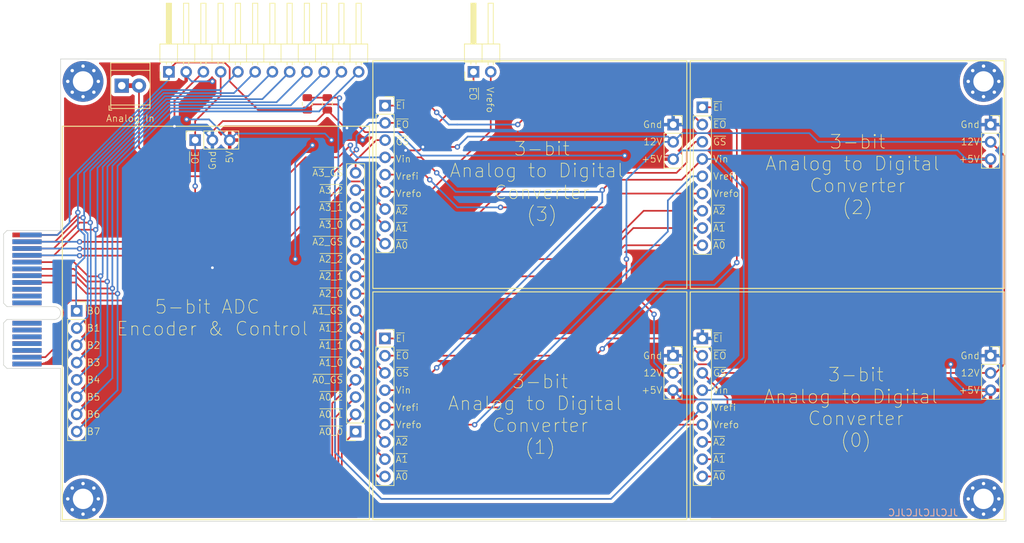
<source format=kicad_pcb>
(kicad_pcb (version 20211014) (generator pcbnew)
  (layers (0 "F.Cu" signal) (31 "B.Cu" signal) (34 "B.Paste" user) (35 "F.Paste" user) (36 "B.SilkS" user "B.Silkscreen") (37 "F.SilkS" user "F.Silkscreen") (38 "B.Mask" user) (39 "F.Mask" user) (44 "Edge.Cuts" user))
  (net 0 "")
  (net 1 "~{ANALOG_IN}")
  (net 2 "GND")
  (net 3 "Net-(J2-Pad1)")
  (net 4 "Net-(J2-Pad5)")
  (net 5 "Net-(J4-Pad1)")
  (net 6 "Net-(J4-Pad5)")
  (net 7 "Net-(J7-Pad1)")
  (net 8 "Net-(J7-Pad5)")
  (net 9 "Net-(J9-Pad5)")
  (net 10 "~{A3_GS}")
  (net 11 "~{A3_2}")
  (net 12 "~{A3_1}")
  (net 13 "~{A3_0}")
  (net 14 "~{A2_GS}")
  (net 15 "~{A2_2}")
  (net 16 "~{A2_1}")
  (net 17 "~{A2_0}")
  (net 18 "~{A1_GS}")
  (net 19 "~{A1_2}")
  (net 20 "~{A1_1}")
  (net 21 "~{A1_0}")
  (net 22 "~{A0_GS}")
  (net 23 "~{A0_2}")
  (net 24 "~{A0_1}")
  (net 25 "~{A0_0}")
  (net 26 "BUS7")
  (net 27 "BUS6")
  (net 28 "BUS5")
  (net 29 "BUS4")
  (net 30 "BUS3")
  (net 31 "BUS2")
  (net 32 "BUS1")
  (net 33 "BUS0")
  (net 34 "+12V")
  (net 35 "+5V")
  (net 36 "~{OE}")
  (net 37 "~{EOx}")
  (net 38 "Vrefox")
  (footprint "Connector_PinSocket_2.54mm:PinSocket_1x03_P2.54mm_Vertical" (layer "F.Cu") (at 173.99 107.188)
    (fp_text reference "J8" hide)
    (fp_text value "Conn_01x03" hide)
  )
  (footprint "Connector_PinSocket_2.54mm:PinSocket_1x09_P2.54mm_Vertical" (layer "F.Cu") (at 131.597 70.368)
    (fp_text reference "J2" hide)
    (fp_text value "Conn_01x09" hide)
  )
  (footprint "Connector_PinHeader_2.54mm:PinHeader_1x12_P2.54mm_Horizontal" (layer "F.Cu") (at 99.765 65.395 90)
    (fp_text reference "J5" hide)
    (fp_text value "Conn_01x12" hide)
  )
  (footprint "Resistor_SMD:R_0805_2012Metric" (layer "F.Cu") (at 120.142 70.104 -90)
    (fp_text reference "R1" hide)
    (fp_text value "R_Small_US" hide)
  )
  (footprint "Connector_PinSocket_2.54mm:PinSocket_1x03_P2.54mm_Vertical" (layer "F.Cu") (at 174.015 73.167)
    (fp_text reference "J3" hide)
    (fp_text value "Conn_01x03" hide)
  )
  (footprint "MountingHole:MountingHole_3mm_Pad_Via" (layer "F.Cu") (at 87.122 128.27)
    (fp_text reference "REF**" hide)
    (fp_text value "MountingHole_3mm_Pad_Via" hide)
  )
  (footprint "MountingHole:MountingHole_3mm_Pad_Via" (layer "F.Cu") (at 219.71 66.802)
    (fp_text reference "REF**" hide)
    (fp_text value "MountingHole_3mm_Pad_Via" hide)
  )
  (footprint "Connector_PinHeader_2.54mm:PinHeader_1x02_P2.54mm_Horizontal" (layer "F.Cu") (at 144.61 65.39 90)
    (fp_text reference "J1" hide)
    (fp_text value "Conn_01x02" hide)
  )
  (footprint "Connector_PinSocket_2.54mm:PinSocket_1x09_P2.54mm_Vertical" (layer "F.Cu") (at 178.308 104.648)
    (fp_text reference "J9" hide)
    (fp_text value "Conn_01x09" hide)
  )
  (footprint "Connector_PinSocket_2.54mm:PinSocket_1x03_P2.54mm_Vertical" (layer "F.Cu") (at 220.751 73.167)
    (fp_text reference "J6" hide)
    (fp_text value "Conn_01x03" hide)
  )
  (footprint "MountingHole:MountingHole_3mm_Pad_Via" (layer "F.Cu") (at 87.122 66.802)
    (fp_text reference "REF**" hide)
    (fp_text value "MountingHole_3mm_Pad_Via" hide)
  )
  (footprint "MountingHole:MountingHole_3mm_Pad_Via" (layer "F.Cu") (at 219.71 128.27)
    (fp_text reference "REF**" hide)
    (fp_text value "MountingHole_3mm_Pad_Via" hide)
  )
  (footprint "Connector_PinSocket_2.54mm:PinSocket_1x16_P2.54mm_Vertical" (layer "F.Cu") (at 127.254 118.364 180)
    (fp_text reference "J12" hide)
    (fp_text value "Conn_01x16" hide)
  )
  (footprint "Connector_PCBEdge:BUS_PCIexpress_x1" (layer "F.Cu") (at 78.87 89.408 -90)
    (fp_text reference "J15" hide)
    (fp_text value "PCIE-Edge-Connect-036-02-X-D-RA_1" hide)
    (fp_line (start 12.45 -4) (end 12.45 2.95) (layer "Edge.Cuts") (width 0.1))
    (fp_line (start -0.15 3.45) (end 10.05 3.45) (layer "Edge.Cuts") (width 0.1))
    (fp_line (start 12.95 3.45) (end 19.15 3.45) (layer "Edge.Cuts") (width 0.1))
    (fp_line (start 10.55 -4) (end 10.55 2.95) (layer "Edge.Cuts") (width 0.1))
    (fp_line (start -0.65 2.95) (end -0.15 3.45) (layer "Edge.Cuts") (width 0.1))
    (fp_line (start 12.45 2.95) (end 12.95 3.45) (layer "Edge.Cuts") (width 0.1))
    (fp_line (start 19.65 -4.95) (end 19.65 2.95) (layer "Edge.Cuts") (width 0.1))
    (fp_line (start 10.55 2.95) (end 10.05 3.45) (layer "Edge.Cuts") (width 0.1))
    (fp_line (start -0.65 -4.95) (end -0.65 2.95) (layer "Edge.Cuts") (width 0.1))
    (fp_line (start 19.65 2.95) (end 19.15 3.45) (layer "Edge.Cuts") (width 0.1))
    (fp_arc (start 10.55 -4) (mid 11.5 -4.95) (end 12.45 -4) (layer "Edge.Cuts") (width 0.1))
  )
  (footprint "TerminalBlock_TE-Connectivity:TerminalBlock_TE_282834-2_1x02_P2.54mm_Horizontal" (layer "F.Cu") (at 92.82 67.424)
    (fp_text reference "J14" hide)
    (fp_text value "Screw_Terminal_01x02" hide)
  )
  (footprint "Connector_PinSocket_2.54mm:PinSocket_1x08_P2.54mm_Vertical" (layer "F.Cu") (at 86.19 100.584)
    (fp_text reference "J13" hide)
    (fp_text value "Conn_01x08" hide)
  )
  (footprint "Connector_PinSocket_2.54mm:PinSocket_1x09_P2.54mm_Vertical" (layer "F.Cu") (at 131.572 104.648)
    (fp_text reference "J7" hide)
    (fp_text value "Conn_01x09" hide)
  )
  (footprint "Connector_PinSocket_2.54mm:PinSocket_1x03_P2.54mm_Vertical" (layer "F.Cu") (at 220.751 107.188)
    (fp_text reference "J10" hide)
    (fp_text value "Conn_01x03" hide)
  )
  (footprint "Connector_PinSocket_2.54mm:PinSocket_1x09_P2.54mm_Vertical" (layer "F.Cu") (at 178.308 70.612)
    (fp_text reference "J4" hide)
    (fp_text value "Conn_01x09" hide)
  )
  (footprint "Connector_PinSocket_2.54mm:PinSocket_1x03_P2.54mm_Vertical" (layer "F.Cu") (at 103.632 75.438 90)
    (fp_text reference "J11" hide)
    (fp_text value "Conn_01x03" hide)
  )
  (footprint "Resistor_SMD:R_0805_2012Metric" (layer "F.Cu") (at 123.092 70.104 -90)
    (fp_text reference "R2" hide)
    (fp_text value "R_Small_US" hide)
  )
  (gr_rect (start 84.074 73.406) (end 129.286 131.318) (layer "F.SilkS") (width 0.15) (fill none))
  (gr_rect (start 129.794 63.754) (end 176.022 97.282) (layer "F.SilkS") (width 0.15) (fill none))
  (gr_rect (start 176.53 97.79) (end 222.758 131.318) (layer "F.SilkS") (width 0.15) (fill none))
  (gr_rect (start 176.53 63.754) (end 222.758 97.282) (layer "F.SilkS") (width 0.15) (fill none))
  (gr_rect (start 129.794 97.79) (end 176.022 131.318) (layer "F.SilkS") (width 0.15) (fill none))
  (gr_line (start 83.82 88.758) (end 83.82 63.5) (layer "Edge.Cuts") (width 0.1))
  (gr_line (start 223.012 131.572) (end 223.012 63.5) (layer "Edge.Cuts") (width 0.1))
  (gr_line (start 83.82 109.058) (end 83.82 131.572) (layer "Edge.Cuts") (width 0.1))
  (gr_line (start 83.82 63.5) (end 223.012 63.5) (layer "Edge.Cuts") (width 0.1))
  (gr_line (start 223.012 131.572) (end 83.82 131.572) (layer "Edge.Cuts") (width 0.1))
  (gr_text "JLCJLCJLCJLC" (at 210.82 130.302) (layer "B.SilkS") (effects (font (size 1 1)) (justify mirror)))
  (gr_text "Vrefo" (at 147.066 67.564 270) (layer "F.SilkS") (effects (font (size 1 1) (thickness 0.1)) (justify left)))
  (gr_text "B4" (at 87.63 110.744) (layer "F.SilkS") (effects (font (size 1 1) (thickness 0.1)) (justify left)))
  (gr_text "3-bit\nAnalog to Digital \nConverter\n(2)" (at 201.168 80.518) (layer "F.SilkS") (effects (font (size 2 2) (thickness 0.1))))
  (gr_text "Vrefi" (at 179.832 114.808) (layer "F.SilkS") (effects (font (size 1 1) (thickness 0.1)) (justify left)))
  (gr_text "Vin" (at 179.832 112.268) (layer "F.SilkS") (effects (font (size 1 1) (thickness 0.1)) (justify left)))
  (gr_text "~{A1}" (at 179.832 122.428) (layer "F.SilkS") (effects (font (size 1 1) (thickness 0.1)) (justify left)))
  (gr_text "12V" (at 219.202 75.692) (layer "F.SilkS") (effects (font (size 1 1) (thickness 0.1)) (justify right)))
  (gr_text "+5V" (at 172.466 112.268) (layer "F.SilkS") (effects (font (size 1 1) (thickness 0.1)) (justify right)))
  (gr_text "~{EO}" (at 133.096 107.188) (layer "F.SilkS") (effects (font (size 1 1) (thickness 0.1)) (justify left)))
  (gr_text "~{A1}" (at 179.832 88.392) (layer "F.SilkS") (effects (font (size 1 1) (thickness 0.1)) (justify left)))
  (gr_text "Gnd" (at 172.466 107.188) (layer "F.SilkS") (effects (font (size 1 1) (thickness 0.1)) (justify right)))
  (gr_text "~{A1_2}" (at 125.476 103.124) (layer "F.SilkS") (effects (font (size 1 1) (thickness 0.1)) (justify right)))
  (gr_text "+5V" (at 172.466 78.232) (layer "F.SilkS") (effects (font (size 1 1) (thickness 0.1)) (justify right)))
  (gr_text "~{A0}" (at 133.096 90.932) (layer "F.SilkS") (effects (font (size 1 1) (thickness 0.1)) (justify left)))
  (gr_text "~{EI}" (at 179.832 70.612) (layer "F.SilkS") (effects (font (size 1 1) (thickness 0.1)) (justify left)))
  (gr_text "5-bit ADC \nEncoder & Control" (at 106.172 101.6) (layer "F.SilkS") (effects (font (size 2 2) (thickness 0.1))))
  (gr_text "Gnd" (at 106.172 76.962 90) (layer "F.SilkS") (effects (font (size 1 1) (thickness 0.1)) (justify right)))
  (gr_text "~{EO}" (at 179.832 107.188) (layer "F.SilkS") (effects (font (size 1 1) (thickness 0.1)) (justify left)))
  (gr_text "~{GS}" (at 179.832 109.728) (layer "F.SilkS") (effects (font (size 1 1) (thickness 0.1)) (justify left)))
  (gr_text "Analog In" (at 94.09 72.25) (layer "F.SilkS") (effects (font (size 1 1) (thickness 0.1))))
  (gr_text "+5V" (at 219.202 78.232) (layer "F.SilkS") (effects (font (size 1 1) (thickness 0.1)) (justify right)))
  (gr_text "3-bit\nAnalog to Digital \nConverter\n(1)" (at 154.432 115.824) (layer "F.SilkS") (effects (font (size 2 2) (thickness 0.1))))
  (gr_text "~{A3_2}" (at 125.476 82.804) (layer "F.SilkS") (effects (font (size 1 1) (thickness 0.1)) (justify right)))
  (gr_text "B5" (at 87.63 113.284) (layer "F.SilkS") (effects (font (size 1 1) (thickness 0.1)) (justify left)))
  (gr_text "~{A1_0}" (at 125.476 108.204) (layer "F.SilkS") (effects (font (size 1 1) (thickness 0.1)) (justify right)))
  (gr_text "B7" (at 87.63 118.364) (layer "F.SilkS") (effects (font (size 1 1) (thickness 0.1)) (justify left)))
  (gr_text "12V" (at 172.466 75.692) (layer "F.SilkS") (effects (font (size 1 1) (thickness 0.1)) (justify right)))
  (gr_text "~{GS}" (at 179.832 75.692) (layer "F.SilkS") (effects (font (size 1 1) (thickness 0.1)) (justify left)))
  (gr_text "~{A0_GS}" (at 125.476 110.744) (layer "F.SilkS") (effects (font (size 1 1) (thickness 0.1)) (justify right)))
  (gr_text "Gnd" (at 172.466 73.152) (layer "F.SilkS") (effects (font (size 1 1) (thickness 0.1)) (justify right)))
  (gr_text "Vrefi" (at 179.832 80.772) (layer "F.SilkS") (effects (font (size 1 1) (thickness 0.1)) (justify left)))
  (gr_text "~{A0_0}" (at 125.476 118.364) (layer "F.SilkS") (effects (font (size 1 1) (thickness 0.1)) (justify right)))
  (gr_text "~{A3_1}" (at 125.476 85.344) (layer "F.SilkS") (effects (font (size 1 1) (thickness 0.1)) (justify right)))
  (gr_text "~{OE}" (at 103.632 76.962 90) (layer "F.SilkS") (effects (font (size 1 1) (thickness 0.1)) (justify right)))
  (gr_text "~{A2}" (at 179.832 85.852) (layer "F.SilkS") (effects (font (size 1 1) (thickness 0.1)) (justify left)))
  (gr_text "Gnd" (at 219.202 73.152) (layer "F.SilkS") (effects (font (size 1 1) (thickness 0.1)) (justify right)))
  (gr_text "Vin" (at 133.096 112.268) (layer "F.SilkS") (effects (font (size 1 1) (thickness 0.1)) (justify left)))
  (gr_text "B0" (at 87.63 100.584) (layer "F.SilkS") (effects (font (size 1 1) (thickness 0.1)) (justify left)))
  (gr_text "~{A0}" (at 179.832 124.968) (layer "F.SilkS") (effects (font (size 1 1) (thickness 0.1)) (justify left)))
  (gr_text "Vin" (at 133.096 78.232) (layer "F.SilkS") (effects (font (size 1 1) (thickness 0.1)) (justify left)))
  (gr_text "~{A1}" (at 133.096 88.392) (layer "F.SilkS") (effects (font (size 1 1) (thickness 0.1)) (justify left)))
  (gr_text "~{EO}" (at 133.096 73.152) (layer "F.SilkS") (effects (font (size 1 1) (thickness 0.1)) (justify left)))
  (gr_text "~{EO}" (at 144.526 67.564 270) (layer "F.SilkS") (effects (font (size 1 1) (thickness 0.1)) (justify left)))
  (gr_text "+5V" (at 219.202 112.268) (layer "F.SilkS") (effects (font (size 1 1) (thickness 0.1)) (justify right)))
  (gr_text "Vrefi" (at 133.096 114.808) (layer "F.SilkS") (effects (font (size 1 1) (thickness 0.1)) (justify left)))
  (gr_text "~{A3_GS}" (at 125.476 80.264) (layer "F.SilkS") (effects (font (size 1 1) (thickness 0.1)) (justify right)))
  (gr_text "~{A1}" (at 133.096 122.428) (layer "F.SilkS") (effects (font (size 1 1) (thickness 0.1)) (justify left)))
  (gr_text "Vrefo" (at 179.832 117.348) (layer "F.SilkS") (effects (font (size 1 1) (thickness 0.1)) (justify left)))
  (gr_text "~{EO}" (at 179.832 73.152) (layer "F.SilkS") (effects (font (size 1 1) (thickness 0.1)) (justify left)))
  (gr_text "12V" (at 172.466 109.728) (layer "F.SilkS") (effects (font (size 1 1) (thickness 0.1)) (justify right)))
  (gr_text "~{A2_GS}" (at 125.476 90.424) (layer "F.SilkS") (effects (font (size 1 1) (thickness 0.1)) (justify right)))
  (gr_text "~{GS}" (at 133.096 75.692) (layer "F.SilkS") (effects (font (size 1 1) (thickness 0.1)) (justify left)))
  (gr_text "~{A2}" (at 133.096 119.888) (layer "F.SilkS") (effects (font (size 1 1) (thickness 0.1)) (justify left)))
  (gr_text "~{A3_0}" (at 125.476 87.884) (layer "F.SilkS") (effects (font (size 1 1) (thickness 0.1)) (justify right)))
  (gr_text "~{A0}" (at 133.096 124.968) (layer "F.SilkS") (effects (font (size 1 1) (thickness 0.1)) (justify left)))
  (gr_text "~{A2}" (at 133.096 85.852) (layer "F.SilkS") (effects (font (size 1 1) (thickness 0.1)) (justify left)))
  (gr_text "~{GS}" (at 133.096 109.728) (layer "F.SilkS") (effects (font (size 1 1) (thickness 0.1)) (justify left)))
  (gr_text "~{EI}" (at 133.096 70.358) (layer "F.SilkS") (effects (font (size 1 1) (thickness 0.1)) (justify left)))
  (gr_text "12V" (at 219.202 109.728) (layer "F.SilkS") (effects (font (size 1 1) (thickness 0.1)) (justify right)))
  (gr_text "~{A0_2}" (at 125.476 113.284) (layer "F.SilkS") (effects (font (size 1 1) (thickness 0.1)) (justify right)))
  (gr_text "3-bit\nAnalog to Digital \nConverter\n(0)" (at 200.914 114.808) (layer "F.SilkS") (effects (font (size 2 2) (thickness 0.1))))
  (gr_text "~{EI}" (at 133.096 104.648) (layer "F.SilkS") (effects (font (size 1 1) (thickness 0.1)) (justify left)))
  (gr_text "~{A0}" (at 179.832 90.932) (layer "F.SilkS") (effects (font (size 1 1) (thickness 0.1)) (justify left)))
  (gr_text "~{A2_2}" (at 125.476 92.964) (layer "F.SilkS") (effects (font (size 1 1) (thickness 0.1)) (justify right)))
  (gr_text "B6" (at 87.63 115.824) (layer "F.SilkS") (effects (font (size 1 1) (thickness 0.1)) (justify left)))
  (gr_text "Vrefo" (at 133.096 117.348) (layer "F.SilkS") (effects (font (size 1 1) (thickness 0.1)) (justify left)))
  (gr_text "~{A2_0}" (at 125.476 98.044) (layer "F.SilkS") (effects (font (size 1 1) (thickness 0.1)) (justify right)))
  (gr_text "B1" (at 87.63 103.124) (layer "F.SilkS") (effects (font (size 1 1) (thickness 0.1)) (justify left)))
  (gr_text "~{EI}" (at 179.832 104.648) (layer "F.SilkS") (effects (font (size 1 1) (thickness 0.1)) (justify left)))
  (gr_text "~{A1_1}" (at 125.476 105.664) (layer "F.SilkS") (effects (font (size 1 1) (thickness 0.1)) (justify right)))
  (gr_text "Vin" (at 179.832 78.232) (layer "F.SilkS") (effects (font (size 1 1) (thickness 0.1)) (justify left)))
  (gr_text "Vrefo" (at 133.096 83.312) (layer "F.SilkS") (effects (font (size 1 1) (thickness 0.1)) (justify left)))
  (gr_text "B2" (at 87.63 105.664) (layer "F.SilkS") (effects (font (size 1 1) (thickness 0.1)) (justify left)))
  (gr_text "B3" (at 87.63 108.204) (layer "F.SilkS") (effects (font (size 1 1) (thickness 0.1)) (justify left)))
  (gr_text "Vrefi" (at 133.096 80.772) (layer "F.SilkS") (effects (font (size 1 1) (thickness 0.1)) (justify left)))
  (gr_text "Vrefo" (at 179.832 83.312) (layer "F.SilkS") (effects (font (size 1 1) (thickness 0.1)) (justify left)))
  (gr_text "Gnd" (at 219.202 107.188) (layer "F.SilkS") (effects (font (size 1 1) (thickness 0.1)) (justify right)))
  (gr_text "~{A2_1}" (at 125.476 95.504) (layer "F.SilkS") (effects (font (size 1 1) (thickness 0.1)) (justify right)))
  (gr_text "~{A2}" (at 179.832 119.888) (layer "F.SilkS") (effects (font (size 1 1) (thickness 0.1)) (justify left)))
  (gr_text "5V" (at 108.712 76.962 90) (layer "F.SilkS") (effects (font (size 1 1) (thickness 0.1)) (justify right)))
  (gr_text "~{A0_1}" (at 125.476 115.824) (layer "F.SilkS") (effects (font (size 1 1) (thickness 0.1)) (justify right)))
  (gr_text "~{A1_GS}" (at 125.476 100.584) (layer "F.SilkS") (effects (font (size 1 1) (thickness 0.1)) (justify right)))
  (gr_text "3-bit\nAnalog to Digital \nConverter\n(3)" (at 154.686 81.534) (layer "F.SilkS") (effects (font (size 2 2) (thickness 0.1))))
  (segment (start 131.572 112.268) (end 135.89 112.268) (width 0.25) (layer "F.Cu") (net 1))
  (segment (start 165.1 81.28) (end 175.26 81.28) (width 0.25) (layer "F.Cu") (net 1))
  (segment (start 99.568 80.772) (end 95.36 76.564) (width 0.25) (layer "F.Cu") (net 1))
  (segment (start 135.89 112.268) (end 139.192 108.966) (width 0.25) (layer "F.Cu") (net 1))
  (segment (start 126.492 76.2) (end 124.714 77.978) (width 0.25) (layer "F.Cu") (net 1))
  (segment (start 124.714 77.978) (end 119.8966 77.978) (width 0.25) (layer "F.Cu") (net 1))
  (segment (start 119.8966 77.978) (end 117.1026 80.772) (width 0.25) (layer "F.Cu") (net 1))
  (segment (start 95.36 76.564) (end 95.36 67.424) (width 0.25) (layer "F.Cu") (net 1))
  (segment (start 131.597 77.988) (end 136.916 77.988) (width 0.25) (layer "F.Cu") (net 1))
  (segment (start 117.1026 80.772) (end 99.568 80.772) (width 0.25) (layer "F.Cu") (net 1))
  (segment (start 136.916 77.988) (end 139.192 80.264) (width 0.25) (layer "F.Cu") (net 1))
  (segment (start 175.26 81.28) (end 178.308 78.232) (width 0.25) (layer "F.Cu") (net 1))
  (segment (start 163.576 82.804) (end 165.1 81.28) (width 0.25) (layer "F.Cu") (net 1))
  (segment (start 92.82 67.424) (end 95.36 67.424) (width 0.7) (layer "F.Cu") (net 1))
  (via (at 163.576 82.804) (size 0.8) (drill 0.4) (layers "F.Cu" "B.Cu") (net 1))
  (via (at 139.192 80.264) (size 0.8) (drill 0.4) (layers "F.Cu" "B.Cu") (net 1))
  (via (at 139.192 108.966) (size 0.8) (drill 0.4) (layers "F.Cu" "B.Cu") (net 1))
  (via (at 126.492 76.2) (size 0.8) (drill 0.4) (layers "F.Cu" "B.Cu") (net 1))
  (segment (start 143.51 83.058) (end 163.322 83.058) (width 0.25) (layer "B.Cu") (net 1))
  (segment (start 139.192 108.966) (end 163.576 84.582) (width 0.25) (layer "B.Cu") (net 1))
  (segment (start 163.322 83.058) (end 163.576 82.804) (width 0.25) (layer "B.Cu") (net 1))
  (segment (start 126.492 76.9706) (end 126.492 76.2) (width 0.25) (layer "B.Cu") (net 1))
  (segment (start 179.578 112.268) (end 184.404 107.442) (width 0.25) (layer "B.Cu") (net 1))
  (segment (start 141.986 83.058) (end 143.51 83.058) (width 0.25) (layer "B.Cu") (net 1))
  (segment (start 163.576 84.582) (end 163.576 82.804) (width 0.25) (layer "B.Cu") (net 1))
  (segment (start 139.192 80.264) (end 141.986 83.058) (width 0.25) (layer "B.Cu") (net 1))
  (segment (start 127.5094 77.988) (end 126.492 76.9706) (width 0.25) (layer "B.Cu") (net 1))
  (segment (start 131.597 77.988) (end 127.5094 77.988) (width 0.25) (layer "B.Cu") (net 1))
  (segment (start 184.404 107.442) (end 184.404 82.55) (width 0.25) (layer "B.Cu") (net 1))
  (segment (start 180.086 78.232) (end 178.308 78.232) (width 0.25) (layer "B.Cu") (net 1))
  (segment (start 178.308 112.268) (end 179.578 112.268) (width 0.25) (layer "B.Cu") (net 1))
  (segment (start 184.404 82.55) (end 180.086 78.232) (width 0.25) (layer "B.Cu") (net 1))
  (segment (start 100.584 69.656) (end 100.584 73.406) (width 0.25) (layer "F.Cu") (net 2))
  (segment (start 104.845 65.395) (end 100.584 69.656) (width 0.25) (layer "F.Cu") (net 2))
  (segment (start 98.044 94.234) (end 106.172 94.234) (width 0.25) (layer "F.Cu") (net 2))
  (segment (start 123.092 71.0165) (end 125.7355 73.66) (width 0.25) (layer "F.Cu") (net 2))
  (segment (start 86.36 99.06) (end 93.218 99.06) (width 0.25) (layer "F.Cu") (net 2))
  (segment (start 81.568 107.408) (end 82.804 106.172) (width 0.25) (layer "F.Cu") (net 2))
  (segment (start 137.16 76.454) (end 136.652 76.962) (width 0.25) (layer "F.Cu") (net 2))
  (segment (start 125.7355 73.66) (end 125.984 73.66) (width 0.25) (layer "F.Cu") (net 2))
  (segment (start 84.328 104.648) (end 84.328 100.838) (width 0.25) (layer "F.Cu") (net 2))
  (segment (start 84.328 100.012978) (end 85.280978 99.06) (width 0.25) (layer "F.Cu") (net 2))
  (segment (start 79.42 107.408) (end 81.568 107.408) (width 0.25) (layer "F.Cu") (net 2))
  (segment (start 93.218 99.06) (end 94.742 97.536) (width 0.25) (layer "F.Cu") (net 2))
  (segment (start 107.696 72.644) (end 121.4645 72.644) (width 0.25) (layer "F.Cu") (net 2))
  (segment (start 136.652 76.962) (end 134.62 76.962) (width 0.25) (layer "F.Cu") (net 2))
  (segment (start 82.804 106.172) (end 84.328 104.648) (width 0.25) (layer "F.Cu") (net 2))
  (segment (start 94.742 97.536) (end 98.044 94.234) (width 0.25) (layer "F.Cu") (net 2))
  (segment (start 106.172 74.168) (end 107.696 72.644) (width 0.25) (layer "F.Cu") (net 2))
  (segment (start 84.328 100.838) (end 84.328 100.012978) (width 0.25) (layer "F.Cu") (net 2))
  (segment (start 85.280978 99.06) (end 86.36 99.06) (width 0.25) (layer "F.Cu") (net 2))
  (segment (start 106.172 75.438) (end 106.172 74.168) (width 0.25) (layer "F.Cu") (net 2))
  (segment (start 121.4645 72.644) (end 123.092 71.0165) (width 0.25) (layer "F.Cu") (net 2))
  (via (at 100.584 73.406) (size 0.8) (drill 0.4) (layers "F.Cu" "B.Cu") (net 2))
  (via (at 106.172 94.234) (size 0.8) (drill 0.4) (layers "F.Cu" "B.Cu") (net 2))
  (via (at 137.16 76.454) (size 0.8) (drill 0.4) (layers "F.Cu" "B.Cu") (net 2))
  (via (at 134.62 76.962) (size 0.8) (drill 0.4) (layers "F.Cu" "B.Cu") (net 2))
  (via (at 125.984 73.66) (size 0.8) (drill 0.4) (layers "F.Cu" "B.Cu") (net 2))
  (segment (start 134.62 67.818) (end 135.89 69.088) (width 0.25) (layer "B.Cu") (net 2))
  (segment (start 127 73.66) (end 128.27 72.39) (width 0.25) (layer "B.Cu") (net 2))
  (segment (start 129.032 71.628) (end 129.032 69.088) (width 0.25) (layer "B.Cu") (net 2))
  (segment (start 130.556 67.818) (end 134.62 67.818) (width 0.25) (layer "B.Cu") (net 2))
  (segment (start 137.922 75.692) (end 137.16 76.454) (width 0.25) (layer "B.Cu") (net 2))
  (segment (start 129.032 69.088) (end 130.302 67.818) (width 0.25) (layer "B.Cu") (net 2))
  (segment (start 125.984 73.66) (end 127 73.66) (width 0.25) (layer "B.Cu") (net 2))
  (segment (start 104.14 73.406) (end 106.172 75.438) (width 0.25) (layer "B.Cu") (net 2))
  (segment (start 137.922 71.12) (end 137.922 73.66) (width 0.25) (layer "B.Cu") (net 2))
  (segment (start 137.922 73.66) (end 137.922 75.692) (width 0.25) (layer "B.Cu") (net 2))
  (segment (start 100.584 73.406) (end 104.14 73.406) (width 0.25) (layer "B.Cu") (net 2))
  (segment (start 135.89 69.088) (end 137.922 71.12) (width 0.25) (layer "B.Cu") (net 2))
  (segment (start 130.302 67.818) (end 130.556 67.818) (width 0.25) (layer "B.Cu") (net 2))
  (segment (start 128.27 72.39) (end 129.032 71.628) (width 0.25) (layer "B.Cu") (net 2))
  (segment (start 106.172 94.234) (end 106.172 75.438) (width 0.25) (layer "B.Cu") (net 2))
  (segment (start 153.416 70.866) (end 176.022 70.866) (width 0.25) (layer "F.Cu") (net 3))
  (segment (start 138.186 70.368) (end 139.192 71.374) (width 0.25) (layer "F.Cu") (net 3))
  (segment (start 151.13 73.152) (end 153.416 70.866) (width 0.25) (layer "F.Cu") (net 3))
  (segment (start 176.022 70.866) (end 178.308 73.152) (width 0.25) (layer "F.Cu") (net 3))
  (segment (start 131.597 70.368) (end 138.186 70.368) (width 0.25) (layer "F.Cu") (net 3))
  (via (at 151.13 73.152) (size 0.8) (drill 0.4) (layers "F.Cu" "B.Cu") (net 3))
  (via (at 139.192 71.374) (size 0.8) (drill 0.4) (layers "F.Cu" "B.Cu") (net 3))
  (segment (start 139.192 71.374) (end 140.97 73.152) (width 0.25) (layer "B.Cu") (net 3))
  (segment (start 142.24 73.152) (end 151.13 73.152) (width 0.25) (layer "B.Cu") (net 3))
  (segment (start 140.97 73.152) (end 142.24 73.152) (width 0.25) (layer "B.Cu") (net 3))
  (segment (start 166.116 83.312) (end 178.308 83.312) (width 0.25) (layer "F.Cu") (net 4))
  (segment (start 131.597 80.528) (end 137.424 80.528) (width 0.25) (layer "F.Cu") (net 4))
  (segment (start 164.084 85.344) (end 166.116 83.312) (width 0.25) (layer "F.Cu") (net 4))
  (segment (start 148.59 85.344) (end 164.084 85.344) (width 0.25) (layer "F.Cu") (net 4))
  (segment (start 137.424 80.528) (end 138.176 81.28) (width 0.25) (layer "F.Cu") (net 4))
  (via (at 148.59 85.344) (size 0.8) (drill 0.4) (layers "F.Cu" "B.Cu") (net 4))
  (via (at 138.176 81.28) (size 0.8) (drill 0.4) (layers "F.Cu" "B.Cu") (net 4))
  (segment (start 138.176 81.28) (end 142.24 85.344) (width 0.25) (layer "B.Cu") (net 4))
  (segment (start 142.24 85.344) (end 148.59 85.344) (width 0.25) (layer "B.Cu") (net 4))
  (segment (start 183.388 73.914) (end 180.086 70.612) (width 0.25) (layer "F.Cu") (net 5))
  (segment (start 180.086 70.612) (end 178.308 70.612) (width 0.25) (layer "F.Cu") (net 5))
  (segment (start 183.388 93.472) (end 183.388 73.914) (width 0.25) (layer "F.Cu") (net 5))
  (segment (start 162.56 107.188) (end 163.576 106.172) (width 0.25) (layer "F.Cu") (net 5))
  (segment (start 131.572 107.188) (end 162.56 107.188) (width 0.25) (layer "F.Cu") (net 5))
  (via (at 183.388 93.472) (size 0.8) (drill 0.4) (layers "F.Cu" "B.Cu") (net 5))
  (via (at 163.576 106.172) (size 0.8) (drill 0.4) (layers "F.Cu" "B.Cu") (net 5))
  (segment (start 179.07 96.774) (end 180.086 96.774) (width 0.25) (layer "B.Cu") (net 5))
  (segment (start 180.086 96.774) (end 183.388 93.472) (width 0.25) (layer "B.Cu") (net 5))
  (segment (start 172.974 96.774) (end 179.07 96.774) (width 0.25) (layer "B.Cu") (net 5))
  (segment (start 163.576 106.172) (end 172.974 96.774) (width 0.25) (layer "B.Cu") (net 5))
  (segment (start 131.572 117.348) (end 144.78 117.348) (width 0.25) (layer "F.Cu") (net 6))
  (via (at 144.78 117.348) (size 0.8) (drill 0.4) (layers "F.Cu" "B.Cu") (net 6))
  (segment (start 144.78 117.348) (end 173.228 88.9) (width 0.25) (layer "B.Cu") (net 6))
  (segment (start 173.228 88.9) (end 173.228 84.328) (width 0.25) (layer "B.Cu") (net 6))
  (segment (start 176.784 80.772) (end 178.308 80.772) (width 0.25) (layer "B.Cu") (net 6))
  (segment (start 173.228 84.328) (end 176.784 80.772) (width 0.25) (layer "B.Cu") (net 6))
  (segment (start 175.514 104.648) (end 178.054 107.188) (width 0.25) (layer "F.Cu") (net 7))
  (segment (start 131.572 104.648) (end 175.514 104.648) (width 0.25) (layer "F.Cu") (net 7))
  (segment (start 178.054 107.188) (end 178.308 107.188) (width 0.25) (layer "F.Cu") (net 7))
  (segment (start 156.21 117.348) (end 178.308 117.348) (width 0.25) (layer "F.Cu") (net 8))
  (segment (start 131.572 114.808) (end 153.67 114.808) (width 0.25) (layer "F.Cu") (net 8))
  (segment (start 153.67 114.808) (end 156.21 117.348) (width 0.25) (layer "F.Cu") (net 8))
  (segment (start 120.142 69.1915) (end 123.092 69.1915) (width 0.25) (layer "F.Cu") (net 9))
  (segment (start 123.092 69.1915) (end 124.8175 69.1915) (width 0.25) (layer "F.Cu") (net 9))
  (segment (start 124.8175 69.1915) (end 124.875299 69.249299) (width 0.25) (layer "F.Cu") (net 9))
  (via (at 124.875299 69.249299) (size 0.8) (drill 0.4) (layers "F.Cu" "B.Cu") (net 9))
  (segment (start 124.206 121.412) (end 124.206 81.534) (width 0.25) (layer "B.Cu") (net 9))
  (segment (start 164.846 128.27) (end 131.064 128.27) (width 0.25) (layer "B.Cu") (net 9))
  (segment (start 131.064 128.27) (end 124.206 121.412) (width 0.25) (layer "B.Cu") (net 9))
  (segment (start 178.308 114.808) (end 164.846 128.27) (width 0.25) (layer "B.Cu") (net 9))
  (segment (start 124.714 81.026) (end 124.714 69.410598) (width 0.25) (layer "B.Cu") (net 9))
  (segment (start 124.206 81.534) (end 124.714 81.026) (width 0.25) (layer "B.Cu") (net 9))
  (segment (start 124.714 69.410598) (end 124.875299 69.249299) (width 0.25) (layer "B.Cu") (net 9))
  (segment (start 127.254 78.486) (end 130.292 75.448) (width 0.25) (layer "F.Cu") (net 10))
  (segment (start 127.254 80.264) (end 127.254 78.486) (width 0.25) (layer "F.Cu") (net 10))
  (segment (start 130.292 75.448) (end 131.597 75.448) (width 0.25) (layer "F.Cu") (net 10))
  (segment (start 127.254 82.804) (end 128.793 82.804) (width 0.25) (layer "F.Cu") (net 11))
  (segment (start 128.793 82.804) (end 131.597 85.608) (width 0.25) (layer "F.Cu") (net 11))
  (segment (start 128.793 85.344) (end 131.597 88.148) (width 0.25) (layer "F.Cu") (net 12))
  (segment (start 127.254 85.344) (end 128.793 85.344) (width 0.25) (layer "F.Cu") (net 12))
  (segment (start 131.328 90.688) (end 131.597 90.688) (width 0.25) (layer "F.Cu") (net 13))
  (segment (start 127.254 87.884) (end 128.524 87.884) (width 0.25) (layer "F.Cu") (net 13))
  (segment (start 128.524 87.884) (end 131.328 90.688) (width 0.25) (layer "F.Cu") (net 13))
  (segment (start 130.556 92.456) (end 139.192 92.456) (width 0.25) (layer "F.Cu") (net 14))
  (segment (start 176.022 76.962) (end 177.292 75.692) (width 0.25) (layer "F.Cu") (net 14))
  (segment (start 127.254 90.424) (end 128.524 90.424) (width 0.25) (layer "F.Cu") (net 14))
  (segment (start 128.524 90.424) (end 130.556 92.456) (width 0.25) (layer "F.Cu") (net 14))
  (segment (start 176.022 78.74) (end 176.022 76.962) (width 0.25) (layer "F.Cu") (net 14))
  (segment (start 177.292 75.692) (end 178.308 75.692) (width 0.25) (layer "F.Cu") (net 14))
  (segment (start 174.498 80.264) (end 176.022 78.74) (width 0.25) (layer "F.Cu") (net 14))
  (segment (start 139.192 92.456) (end 151.384 80.264) (width 0.25) (layer "F.Cu") (net 14))
  (segment (start 151.384 80.264) (end 174.498 80.264) (width 0.25) (layer "F.Cu") (net 14))
  (segment (start 127.254 92.964) (end 162.56 92.964) (width 0.25) (layer "F.Cu") (net 15))
  (segment (start 162.56 92.964) (end 169.672 85.852) (width 0.25) (layer "F.Cu") (net 15))
  (segment (start 169.672 85.852) (end 178.308 85.852) (width 0.25) (layer "F.Cu") (net 15))
  (segment (start 161.036 95.504) (end 127.254 95.504) (width 0.25) (layer "F.Cu") (net 16))
  (segment (start 168.148 88.392) (end 161.036 95.504) (width 0.25) (layer "F.Cu") (net 16))
  (segment (start 178.308 88.392) (end 168.148 88.392) (width 0.25) (layer "F.Cu") (net 16))
  (segment (start 127.254 98.044) (end 159.766 98.044) (width 0.25) (layer "F.Cu") (net 17))
  (segment (start 159.766 98.044) (end 166.878 90.932) (width 0.25) (layer "F.Cu") (net 17))
  (segment (start 166.878 90.932) (end 178.308 90.932) (width 0.25) (layer "F.Cu") (net 17))
  (segment (start 130.185022 103.515022) (end 130.185022 108.339614) (width 0.25) (layer "F.Cu") (net 18))
  (segment (start 127.254 100.584) (end 130.185022 103.515022) (width 0.25) (layer "F.Cu") (net 18))
  (segment (start 131.572 109.726592) (end 131.572 109.728) (width 0.25) (layer "F.Cu") (net 18))
  (segment (start 130.185022 108.339614) (end 131.572 109.726592) (width 0.25) (layer "F.Cu") (net 18))
  (segment (start 127.254 103.124) (end 129.735511 105.605511) (width 0.25) (layer "F.Cu") (net 19))
  (segment (start 129.735511 105.605511) (end 129.735511 108.525807) (width 0.25) (layer "F.Cu") (net 19))
  (segment (start 130.243511 118.559511) (end 131.572 119.888) (width 0.25) (layer "F.Cu") (net 19))
  (segment (start 129.735511 108.525807) (end 130.243511 109.033807) (width 0.25) (layer "F.Cu") (net 19))
  (segment (start 130.243511 109.033807) (end 130.243511 118.559511) (width 0.25) (layer "F.Cu") (net 19))
  (segment (start 129.794 120.65) (end 129.794 109.22) (width 0.25) (layer "F.Cu") (net 20))
  (segment (start 131.572 122.428) (end 129.794 120.65) (width 0.25) (layer "F.Cu") (net 20))
  (segment (start 129.286 108.712) (end 129.286 107.696) (width 0.25) (layer "F.Cu") (net 20))
  (segment (start 129.286 107.696) (end 127.254 105.664) (width 0.25) (layer "F.Cu") (net 20))
  (segment (start 129.794 109.22) (end 129.286 108.712) (width 0.25) (layer "F.Cu") (net 20))
  (segment (start 129.286 110.236) (end 129.286 123.698) (width 0.25) (layer "F.Cu") (net 21))
  (segment (start 130.556 124.968) (end 131.572 124.968) (width 0.25) (layer "F.Cu") (net 21))
  (segment (start 129.286 123.698) (end 130.556 124.968) (width 0.25) (layer "F.Cu") (net 21))
  (segment (start 127.254 108.204) (end 129.286 110.236) (width 0.25) (layer "F.Cu") (net 21))
  (segment (start 123.814978 114.183022) (end 123.814979 126.230091) (width 0.25) (layer "F.Cu") (net 22))
  (segment (start 182.00102 127.500092) (end 182.00102 113.42102) (width 0.25) (layer "F.Cu") (net 22))
  (segment (start 179.062091 130.439021) (end 182.00102 127.500092) (width 0.25) (layer "F.Cu") (net 22))
  (segment (start 123.814979 126.230091) (end 128.023909 130.439021) (width 0.25) (layer "F.Cu") (net 22))
  (segment (start 128.023909 130.439021) (end 179.062091 130.439021) (width 0.25) (layer "F.Cu") (net 22))
  (segment (start 182.00102 113.42102) (end 178.308 109.728) (width 0.25) (layer "F.Cu") (net 22))
  (segment (start 127.254 110.744) (end 123.814978 114.183022) (width 0.25) (layer "F.Cu") (net 22))
  (segment (start 124.264489 116.273511) (end 124.264489 126.043897) (width 0.25) (layer "F.Cu") (net 23))
  (segment (start 181.551511 127.313897) (end 181.551511 121.607511) (width 0.25) (layer "F.Cu") (net 23))
  (segment (start 179.832 119.888) (end 178.308 119.888) (width 0.25) (layer "F.Cu") (net 23))
  (segment (start 178.934387 129.931021) (end 181.551511 127.313897) (width 0.25) (layer "F.Cu") (net 23))
  (segment (start 181.551511 121.607511) (end 179.832 119.888) (width 0.25) (layer "F.Cu") (net 23))
  (segment (start 128.151613 129.931021) (end 178.934387 129.931021) (width 0.25) (layer "F.Cu") (net 23))
  (segment (start 127.254 113.284) (end 124.264489 116.273511) (width 0.25) (layer "F.Cu") (net 23))
  (segment (start 124.264489 126.043897) (end 128.151613 129.931021) (width 0.25) (layer "F.Cu") (net 23))
  (segment (start 181.04351 127.186194) (end 178.748193 129.481511) (width 0.25) (layer "F.Cu") (net 24))
  (segment (start 178.748193 129.481511) (end 128.337806 129.48151) (width 0.25) (layer "F.Cu") (net 24))
  (segment (start 128.337806 129.48151) (end 124.714 125.857704) (width 0.25) (layer "F.Cu") (net 24))
  (segment (start 124.714 118.364) (end 127.254 115.824) (width 0.25) (layer "F.Cu") (net 24))
  (segment (start 181.04351 123.63951) (end 181.04351 127.186194) (width 0.25) (layer "F.Cu") (net 24))
  (segment (start 179.832 122.428) (end 181.04351 123.63951) (width 0.25) (layer "F.Cu") (net 24))
  (segment (start 124.714 125.857704) (end 124.714 118.364) (width 0.25) (layer "F.Cu") (net 24))
  (segment (start 178.308 122.428) (end 179.832 122.428) (width 0.25) (layer "F.Cu") (net 24))
  (segment (start 180.594 127) (end 180.594 125.984) (width 0.25) (layer "F.Cu") (net 25))
  (segment (start 128.524 129.032) (end 178.562 129.032) (width 0.25) (layer "F.Cu") (net 25))
  (segment (start 179.578 124.968) (end 178.308 124.968) (width 0.25) (layer "F.Cu") (net 25))
  (segment (start 178.562 129.032) (end 180.594 127) (width 0.25) (layer "F.Cu") (net 25))
  (segment (start 127.254 118.364) (end 125.222 120.396) (width 0.25) (layer "F.Cu") (net 25))
  (segment (start 125.222 120.396) (end 125.222 125.73) (width 0.25) (layer "F.Cu") (net 25))
  (segment (start 180.594 125.984) (end 179.578 124.968) (width 0.25) (layer "F.Cu") (net 25))
  (segment (start 125.222 125.73) (end 128.524 129.032) (width 0.25) (layer "F.Cu") (net 25))
  (segment (start 86.868 97.282) (end 87.63 98.044) (width 0.25) (layer "F.Cu") (net 26))
  (segment (start 85.994 96.408) (end 86.868 97.282) (width 0.25) (layer "F.Cu") (net 26))
  (segment (start 78.87 96.408) (end 85.994 96.408) (width 0.25) (layer "F.Cu") (net 26))
  (segment (start 87.63 98.044) (end 92.202 98.044) (width 0.25) (layer "F.Cu") (net 26))
  (via (at 92.202 98.044) (size 0.8) (drill 0.4) (layers "F.Cu" "B.Cu") (net 26))
  (segment (start 121.881423 71.218577) (end 100.231423 71.218577) (width 0.25) (layer "B.Cu") (net 26))
  (segment (start 127.705 65.395) (end 121.881423 71.218577) (width 0.25) (layer "B.Cu") (net 26))
  (segment (start 92.202 79.248) (end 92.202 112.268) (width 0.25) (layer "B.Cu") (net 26))
  (segment (start 100.231423 71.218577) (end 92.202 79.248) (width 0.25) (layer "B.Cu") (net 26))
  (segment (start 92.202 112.268) (end 86.106 118.364) (width 0.25) (layer "B.Cu") (net 26))
  (segment (start 87.884 97.282) (end 91.44 97.282) (width 0.25) (layer "F.Cu") (net 27))
  (segment (start 86.01 95.408) (end 86.868 96.266) (width 0.25) (layer "F.Cu") (net 27))
  (segment (start 86.868 96.266) (end 87.884 97.282) (width 0.25) (layer "F.Cu") (net 27))
  (segment (start 78.87 95.408) (end 86.01 95.408) (width 0.25) (layer "F.Cu") (net 27))
  (via (at 91.44 97.282) (size 0.8) (drill 0.4) (layers "F.Cu" "B.Cu") (net 27))
  (segment (start 86.106 115.824) (end 91.44 110.49) (width 0.25) (layer "B.Cu") (net 27))
  (segment (start 99.918934 70.769066) (end 119.790934 70.769066) (width 0.25) (layer "B.Cu") (net 27))
  (segment (start 91.44 79.248) (end 99.918934 70.769066) (width 0.25) (layer "B.Cu") (net 27))
  (segment (start 119.790934 70.769066) (end 125.165 65.395) (width 0.25) (layer "B.Cu") (net 27))
  (segment (start 91.44 110.49) (end 91.44 79.248) (width 0.25) (layer "B.Cu") (net 27))
  (segment (start 86.36 94.996) (end 87.63 96.266) (width 0.25) (layer "F.Cu") (net 28))
  (segment (start 78.87 94.408) (end 85.772 94.408) (width 0.25) (layer "F.Cu") (net 28))
  (segment (start 85.772 94.408) (end 86.36 94.996) (width 0.25) (layer "F.Cu") (net 28))
  (segment (start 87.63 96.266) (end 90.678 96.266) (width 0.25) (layer "F.Cu") (net 28))
  (via (at 90.678 96.266) (size 0.8) (drill 0.4) (layers "F.Cu" "B.Cu") (net 28))
  (segment (start 99.732743 70.319553) (end 117.700447 70.319553) (width 0.25) (layer "B.Cu") (net 28))
  (segment (start 90.712507 79.339789) (end 99.732743 70.319553) (width 0.25) (layer "B.Cu") (net 28))
  (segment (start 86.106 113.284) (end 90.712507 108.677493) (width 0.25) (layer "B.Cu") (net 28))
  (segment (start 90.712507 108.677493) (end 90.712507 79.339789) (width 0.25) (layer "B.Cu") (net 28))
  (segment (start 117.700447 70.319553) (end 122.625 65.395) (width 0.25) (layer "B.Cu") (net 28))
  (segment (start 87.884 95.504) (end 89.662 95.504) (width 0.25) (layer "F.Cu") (net 29))
  (segment (start 85.788 93.408) (end 87.884 95.504) (width 0.25) (layer "F.Cu") (net 29))
  (segment (start 78.87 93.408) (end 85.788 93.408) (width 0.25) (layer "F.Cu") (net 29))
  (segment (start 89.662 95.504) (end 89.700896 95.465104) (width 0.25) (layer "F.Cu") (net 29))
  (via (at 89.700896 95.465104) (size 0.8) (drill 0.4) (layers "F.Cu" "B.Cu") (net 29))
  (segment (start 90.014088 79.402504) (end 99.546548 69.870044) (width 0.25) (layer "B.Cu") (net 29))
  (segment (start 86.106 110.744) (end 89.700896 107.149104) (width 0.25) (layer "B.Cu") (net 29))
  (segment (start 99.546548 69.870044) (end 115.609957 69.870043) (width 0.25) (layer "B.Cu") (net 29))
  (segment (start 89.700896 95.465104) (end 90.014088 95.151912) (width 0.25) (layer "B.Cu") (net 29))
  (segment (start 90.014088 95.151912) (end 90.014088 79.402504) (width 0.25) (layer "B.Cu") (net 29))
  (segment (start 115.609957 69.870043) (end 120.085 65.395) (width 0.25) (layer "B.Cu") (net 29))
  (segment (start 89.700896 107.149104) (end 89.700896 95.465104) (width 0.25) (layer "B.Cu") (net 29))
  (segment (start 86.621168 88.638832) (end 88.976394 88.638832) (width 0.25) (layer "F.Cu") (net 30))
  (segment (start 82.852 92.408) (end 86.621168 88.638832) (width 0.25) (layer "F.Cu") (net 30))
  (segment (start 78.87 92.408) (end 82.852 92.408) (width 0.25) (layer "F.Cu") (net 30))
  (via (at 88.976394 88.638832) (size 0.8) (drill 0.4) (layers "F.Cu" "B.Cu") (net 30))
  (segment (start 88.976394 105.333606) (end 88.976394 88.638832) (width 0.25) (layer "B.Cu") (net 30))
  (segment (start 89.251383 79.529505) (end 89.251383 88.363843) (width 0.25) (layer "B.Cu") (net 30))
  (segment (start 99.360354 69.420534) (end 89.251383 79.529505) (width 0.25) (layer "B.Cu") (net 30))
  (segment (start 113.519467 69.420533) (end 99.360354 69.420534) (width 0.25) (layer "B.Cu") (net 30))
  (segment (start 89.251383 88.363843) (end 88.976394 88.638832) (width 0.25) (layer "B.Cu") (net 30))
  (segment (start 86.106 108.204) (end 88.976394 105.333606) (width 0.25) (layer "B.Cu") (net 30))
  (segment (start 117.545 65.395) (end 113.519467 69.420533) (width 0.25) (layer "B.Cu") (net 30))
  (segment (start 86.621142 87.591552) (end 88.176448 87.591552) (width 0.25) (layer "F.Cu") (net 31))
  (segment (start 78.87 91.408) (end 82.804694 91.408) (width 0.25) (layer "F.Cu") (net 31))
  (segment (start 82.804694 91.408) (end 86.621142 87.591552) (width 0.25) (layer "F.Cu") (net 31))
  (via (at 88.176448 87.591552) (size 0.8) (drill 0.4) (layers "F.Cu" "B.Cu") (net 31))
  (segment (start 88.176448 79.968736) (end 99.174161 68.971023) (width 0.25) (layer "B.Cu") (net 31))
  (segment (start 88.251893 88.338733) (end 88.251895 88.338731) (width 0.25) (layer "B.Cu") (net 31))
  (segment (start 88.251893 103.518107) (end 88.251893 88.338733) (width 0.25) (layer "B.Cu") (net 31))
  (segment (start 88.176448 87.591552) (end 88.176448 79.968736) (width 0.25) (layer "B.Cu") (net 31))
  (segment (start 88.251895 88.338731) (end 88.251895 87.666999) (width 0.25) (layer "B.Cu") (net 31))
  (segment (start 99.174161 68.971023) (end 111.428977 68.971023) (width 0.25) (layer "B.Cu") (net 31))
  (segment (start 86.106 105.664) (end 88.251893 103.518107) (width 0.25) (layer "B.Cu") (net 31))
  (segment (start 111.428977 68.971023) (end 115.005 65.395) (width 0.25) (layer "B.Cu") (net 31))
  (segment (start 88.251895 87.666999) (end 88.176448 87.591552) (width 0.25) (layer "B.Cu") (net 31))
  (segment (start 82.982508 90.408) (end 86.523456 86.867052) (width 0.25) (layer "F.Cu") (net 32))
  (segment (start 78.87 90.408) (end 82.982508 90.408) (width 0.25) (layer "F.Cu") (net 32))
  (segment (start 86.523456 86.867052) (end 87.122 86.867052) (width 0.25) (layer "F.Cu") (net 32))
  (via (at 87.122 86.867052) (size 0.8) (drill 0.4) (layers "F.Cu" "B.Cu") (net 32))
  (segment (start 87.802385 89.208689) (end 87.280511 88.686815) (width 0.25) (layer "B.Cu") (net 32))
  (segment (start 87.280511 88.686815) (end 87.280511 80.228969) (width 0.25) (layer "B.Cu") (net 32))
  (segment (start 86.106 103.124) (end 87.802384 101.427616) (width 0.25) (layer "B.Cu") (net 32))
  (segment (start 98.987968 68.521512) (end 109.338488 68.521512) (width 0.25) (layer "B.Cu") (net 32))
  (segment (start 87.280511 80.228969) (end 98.987968 68.521512) (width 0.25) (layer "B.Cu") (net 32))
  (segment (start 87.802384 101.427616) (end 87.802385 89.208689) (width 0.25) (layer "B.Cu") (net 32))
  (segment (start 109.338488 68.521512) (end 112.465 65.395) (width 0.25) (layer "B.Cu") (net 32))
  (segment (start 83.346804 89.408) (end 86.36 86.394804) (width 0.25) (layer "F.Cu") (net 33))
  (segment (start 78.87 89.408) (end 83.346804 89.408) (width 0.25) (layer "F.Cu") (net 33))
  (segment (start 86.36 86.394804) (end 86.36 86.106) (width 0.25) (layer "F.Cu") (net 33))
  (via (at 86.36 86.106) (size 0.8) (drill 0.4) (layers "F.Cu" "B.Cu") (net 33))
  (segment (start 86.106 93.9886) (end 87.352873 92.741727) (width 0.25) (layer "B.Cu") (net 33))
  (segment (start 87.352875 89.394883) (end 86.368599 88.410607) (width 0.25) (layer "B.Cu") (net 33))
  (segment (start 86.368599 88.410607) (end 86.368599 80.505177) (width 0.25) (layer "B.Cu") (net 33))
  (segment (start 86.106 100.584) (end 86.106 93.9886) (width 0.25) (layer "B.Cu") (net 33))
  (segment (start 86.368599 80.505177) (end 98.801775 68.072001) (width 0.25) (layer "B.Cu") (net 33))
  (segment (start 107.248 68.072) (end 109.925 65.395) (width 0.25) (layer "B.Cu") (net 33))
  (segment (start 87.352873 92.741727) (end 87.352875 89.394883) (width 0.25) (layer "B.Cu") (net 33))
  (segment (start 98.801775 68.072001) (end 107.248 68.072) (width 0.25) (layer "B.Cu") (net 33))
  (segment (start 167.132 97.028) (end 167.132 92.964) (width 0.25) (layer "F.Cu") (net 34))
  (segment (start 220.751 109.728) (end 180.594 109.728) (width 0.25) (layer "F.Cu") (net 34))
  (segment (start 180.594 109.728) (end 179.324 108.458) (width 0.25) (layer "F.Cu") (net 34))
  (segment (start 138.938 76.454) (end 142.24 76.454) (width 0.25) (layer "F.Cu") (net 34))
  (segment (start 171.196 101.092) (end 167.132 97.028) (width 0.25) (layer "F.Cu") (net 34))
  (segment (start 120.142 71.0165) (end 120.97902 70.17948) (width 0.25) (layer "F.Cu") (net 34))
  (segment (start 222.758 77.714) (end 222.758 108.458) (width 0.25) (layer "F.Cu") (net 34))
  (segment (start 137.16 74.676) (end 138.938 76.454) (width 0.25) (layer "F.Cu") (net 34))
  (segment (start 112.9265 71.0165) (end 108.712 66.802) (width 0.25) (layer "F.Cu") (net 34))
  (segment (start 221.488 109.728) (end 220.751 109.728) (width 0.25) (layer "F.Cu") (net 34))
  (segment (start 124.714 70.358) (end 128.629489 74.273489) (width 0.25) (layer "F.Cu") (net 34))
  (segment (start 128.629489 74.273489) (end 136.757489 74.273489) (width 0.25) (layer "F.Cu") (net 34))
  (segment (start 136.757489 74.273489) (end 137.16 74.676) (width 0.25) (layer "F.Cu") (net 34))
  (segment (start 108.712 64.77) (end 107.95 64.008) (width 0.25) (layer "F.Cu") (net 34))
  (segment (start 100.838 64.008) (end 99.765 65.081) (width 0.25) (layer "F.Cu") (net 34))
  (segment (start 222.758 108.458) (end 221.488 109.728) (width 0.25) (layer "F.Cu") (net 34))
  (segment (start 107.95 64.008) (end 100.838 64.008) (width 0.25) (layer "F.Cu") (net 34))
  (segment (start 120.97902 70.17948) (end 124.53548 70.17948) (width 0.25) (layer "F.Cu") (net 34))
  (segment (start 175.768 109.728) (end 173.99 109.728) (width 0.25) (layer "F.Cu") (net 34))
  (segment (start 124.53548 70.17948) (end 124.714 70.358) (width 0.25) (layer "F.Cu") (net 34))
  (segment (start 108.712 66.802) (end 108.712 64.77) (width 0.25) (layer "F.Cu") (net 34))
  (segment (start 177.038 108.458) (end 175.768 109.728) (width 0.25) (layer "F.Cu") (net 34))
  (segment (start 179.324 108.458) (end 177.038 108.458) (width 0.25) (layer "F.Cu") (net 34))
  (segment (start 99.765 65.081) (end 99.765 65.395) (width 0.25) (layer "F.Cu") (net 34))
  (segment (start 120.142 71.0165) (end 112.9265 71.0165) (width 0.25) (layer "F.Cu") (net 34))
  (segment (start 220.751 75.707) (end 222.758 77.714) (width 0.25) (layer "F.Cu") (net 34))
  (via (at 167.132 92.964) (size 0.8) (drill 0.4) (layers "F.Cu" "B.Cu") (net 34))
  (via (at 142.24 76.454) (size 0.8) (drill 0.4) (layers "F.Cu" "B.Cu") (net 34))
  (via (at 171.196 101.092) (size 0.8) (drill 0.4) (layers "F.Cu" "B.Cu") (net 34))
  (segment (start 85.14 87.614804) (end 85.14 81.098072) (width 0.25) (layer "B.Cu") (net 34))
  (segment (start 85.14 81.098072) (end 98.615582 67.62249) (width 0.25) (layer "B.Cu") (net 34))
  (segment (start 174.015 75.707) (end 175.3 74.422) (width 0.25) (layer "B.Cu") (net 34))
  (segment (start 171.196 103.124) (end 171.196 101.092) (width 0.25) (layer "B.Cu") (net 34))
  (segment (start 98.637509 67.622491) (end 99.765 66.495) (width 0.25) (layer "B.Cu") (net 34))
  (segment (start 83.346804 89.408) (end 85.14 87.614804) (width 0.25) (layer "B.Cu") (net 34))
  (segment (start 143.764 74.93) (end 173.238 74.93) (width 0.25) (layer "B.Cu") (net 34))
  (segment (start 194.056 74.422) (end 195.341 75.707) (width 0.25) (layer "B.Cu") (net 34))
  (segment (start 173.99 109.728) (end 172.72 109.728) (width 0.25) (layer "B.Cu") (net 34))
  (segment (start 79.42 89.408) (end 83.346804 89.408) (width 0.25) (layer "B.Cu") (net 34))
  (segment (start 167.132 92.964) (end 167.132 81.28) (width 0.25) (layer "B.Cu") (net 34))
  (segment (start 175.3 74.422) (end 194.056 74.422) (width 0.25) (layer "B.Cu") (net 34))
  (segment (start 171.958 108.966) (end 171.196 108.204) (width 0.25) (layer "B.Cu") (net 34))
  (segment (start 99.765 66.495) (end 99.765 65.395) (width 0.25) (layer "B.Cu") (net 34))
  (segment (start 171.196 108.204) (end 171.196 103.124) (width 0.25) (layer "B.Cu") (net 34))
  (segment (start 98.615582 67.62249) (end 98.637509 67.622491) (width 0.25) (layer "B.Cu") (net 34))
  (segment (start 167.132 81.28) (end 172.705 75.707) (width 0.25) (layer "B.Cu") (net 34))
  (segment (start 172.705 75.707) (end 174.015 75.707) (width 0.25) (layer "B.Cu") (net 34))
  (segment (start 173.238 74.93) (end 174.015 75.707) (width 0.25) (layer "B.Cu") (net 34))
  (segment (start 195.341 75.707) (end 220.751 75.707) (width 0.25) (layer "B.Cu") (net 34))
  (segment (start 172.72 109.728) (end 171.958 108.966) (width 0.25) (layer "B.Cu") (net 34))
  (segment (start 142.24 76.454) (end 143.764 74.93) (width 0.25) (layer "B.Cu") (net 34))
  (segment (start 102.369116 71.874884) (end 102.369116 72.397115) (width 0.25) (layer "F.Cu") (net 35))
  (segment (start 220.751 99.289) (end 218.694 101.346) (width 0.25) (layer "F.Cu") (net 35))
  (segment (start 220.751 78.247) (end 220.751 99.289) (width 0.25) (layer "F.Cu") (net 35))
  (segment (start 166.878 77.724) (end 173.492 77.724) (width 0.25) (layer "F.Cu") (net 35))
  (segment (start 173.492 77.724) (end 174.015 78.247) (width 0.25) (layer "F.Cu") (net 35))
  (segment (start 106.172 68.072) (end 102.369116 71.874884) (width 0.25) (layer "F.Cu") (net 35))
  (segment (start 106.172 66.802) (end 106.172 68.072) (width 0.25) (layer "F.Cu") (net 35))
  (segment (start 214.884 105.156) (end 214.884 108.458) (width 0.25) (layer "F.Cu") (net 35))
  (segment (start 123.698 75.438) (end 128.27 75.438) (width 0.25) (layer "F.Cu") (net 35))
  (segment (start 218.694 101.346) (end 214.884 105.156) (width 0.25) (layer "F.Cu") (net 35))
  (via (at 123.698 75.438) (size 0.8) (drill 0.4) (layers "F.Cu" "B.Cu") (net 35))
  (via (at 106.172 66.802) (size 0.8) (drill 0.4) (layers "F.Cu" "B.Cu") (net 35))
  (via (at 118.364 92.964) (size 0.8) (drill 0.4) (layers "F.Cu" "B.Cu") (net 35))
  (via (at 214.884 108.458) (size 0.8) (drill 0.4) (layers "F.Cu" "B.Cu") (net 35))
  (via (at 120.904 76.2) (size 0.8) (drill 0.4) (layers "F.Cu" "B.Cu") (net 35))
  (via (at 166.878 77.724) (size 0.8) (drill 0.4) (layers "F.Cu" "B.Cu") (net 35))
  (via (at 102.369116 72.397115) (size 0.8) (drill 0.4) (layers "F.Cu" "B.Cu") (net 35))
  (via (at 128.27 75.438) (size 0.8) (drill 0.4) (layers "F.Cu" "B.Cu") (net 35))
  (segment (start 220.726 112.268) (end 220.751 112.268) (width 0.25) (layer "B.Cu") (net 35))
  (segment (start 216.916 112.268) (end 220.751 112.268) (width 0.25) (layer "B.Cu") (net 35))
  (segment (start 214.884 108.458) (end 214.884 110.236) (width 0.25) (layer "B.Cu") (net 35))
  (segment (start 214.884 110.236) (end 216.916 112.268) (width 0.25) (layer "B.Cu") (net 35))
  (segment (start 103.124 66.802) (end 102.305 65.983) (width 0.25) (layer "B.Cu") (net 35))
  (segment (start 108.712 75.438) (end 105.671115 72.397115) (width 0.25) (layer "B.Cu") (net 35))
  (segment (start 133.604 74.422) (end 136.906 77.724) (width 0.25) (layer "B.Cu") (net 35))
  (segment (start 217.185 78.247) (end 220.751 78.247) (width 0.25) (layer "B.Cu") (net 35))
  (segment (start 174.015 78.247) (end 175.3 76.962) (width 0.25) (layer "B.Cu") (net 35))
  (segment (start 108.712 75.438) (end 109.66951 74.48049) (width 0.25) (layer "B.Cu") (net 35))
  (segment (start 175.3 76.962) (end 215.9 76.962) (width 0.25) (layer "B.Cu") (net 35))
  (segment (start 145.288 77.724) (end 166.878 77.724) (width 0.25) (layer "B.Cu") (net 35))
  (segment (start 219.360511 113.633489) (end 220.726 112.268) (width 0.25) (layer "B.Cu") (net 35))
  (segment (start 133.455489 74.273489) (end 133.604 74.422) (width 0.25) (layer "B.Cu") (net 35))
  (segment (start 118.364 78.74) (end 120.904 76.2) (width 0.25) (layer "B.Cu") (net 35))
  (segment (start 129.434511 74.273489) (end 133.455489 74.273489) (width 0.25) (layer "B.Cu") (net 35))
  (segment (start 118.364 92.964) (end 118.364 78.74) (width 0.25) (layer "B.Cu") (net 35))
  (segment (start 105.671115 72.397115) (end 102.369116 72.397115) (width 0.25) (layer "B.Cu") (net 35))
  (segment (start 102.305 65.983) (end 102.305 65.395) (width 0.25) (layer "B.Cu") (net 35))
  (segment (start 175.355489 113.633489) (end 219.360511 113.633489) (width 0.25) (layer "B.Cu") (net 35))
  (segment (start 128.27 75.438) (end 129.434511 74.273489) (width 0.25) (layer "B.Cu") (net 35))
  (segment (start 109.66951 74.48049) (end 122.74049 74.48049) (width 0.25) (layer "B.Cu") (net 35))
  (segment (start 215.9 76.962) (end 217.185 78.247) (width 0.25) (layer "B.Cu") (net 35))
  (segment (start 136.906 77.724) (end 145.288 77.724) (width 0.25) (layer "B.Cu") (net 35))
  (segment (start 173.99 112.268) (end 175.355489 113.633489) (width 0.25) (layer "B.Cu") (net 35))
  (segment (start 122.74049 74.48049) (end 123.698 75.438) (width 0.25) (layer "B.Cu") (net 35))
  (segment (start 106.172 66.802) (end 103.124 66.802) (width 0.25) (layer "B.Cu") (net 35))
  (segment (start 107.385 68.891) (end 107.385 65.395) (width 0.25) (layer "F.Cu") (net 36))
  (segment (start 103.63 87.886) (end 101.092 90.424) (width 0.25) (layer "F.Cu") (net 36))
  (segment (start 103.632 75.438) (end 103.632 72.644) (width 0.25) (layer "F.Cu") (net 36))
  (segment (start 103.63 82.22) (end 103.63 87.886) (width 0.25) (layer "F.Cu") (net 36))
  (segment (start 101.092 90.424) (end 86.614 90.424) (width 0.25) (layer "F.Cu") (net 36))
  (segment (start 103.632 72.644) (end 107.385 68.891) (width 0.25) (layer "F.Cu") (net 36))
  (via (at 86.614 90.424) (size 0.8) (drill 0.4) (layers "F.Cu" "B.Cu") (net 36))
  (via (at 103.63 82.22) (size 0.8) (drill 0.4) (layers "F.Cu" "B.Cu") (net 36))
  (segment (start 86.598 90.408) (end 86.614 90.424) (width 0.25) (layer "B.Cu") (net 36))
  (segment (start 103.63 82.22) (end 103.632 82.218) (width 0.25) (layer "B.Cu") (net 36))
  (segment (start 103.632 82.218) (end 103.632 75.438) (width 0.25) (layer "B.Cu") (net 36))
  (segment (start 78.87 90.408) (end 86.598 90.408) (width 0.25) (layer "B.Cu") (net 36))
  (segment (start 139.436 72.908) (end 131.597 72.908) (width 0.25) (layer "F.Cu") (net 37))
  (segment (start 112.776 91.44) (end 86.614 91.44) (width 0.25) (layer "F.Cu") (net 37))
  (segment (start 127.381 76.835) (end 112.776 91.44) (width 0.25) (layer "F.Cu") (net 37))
  (segment (start 144.61 65.39) (end 144.61 67.734) (width 0.25) (layer "F.Cu") (net 37))
  (segment (start 144.61 67.734) (end 139.436 72.908) (width 0.25) (layer "F.Cu") (net 37))
  (via (at 86.614 91.44) (size 0.8) (drill 0.4) (layers "F.Cu" "B.Cu") (net 37))
  (via (at 127.381 76.835) (size 0.8) (drill 0.4) (layers "F.Cu" "B.Cu") (net 37))
  (segment (start 78.87 91.408) (end 86.582 91.408) (width 0.25) (layer "B.Cu") (net 37))
  (segment (start 127.381 76.835) (end 127.381 74.803) (width 0.25) (layer "B.Cu") (net 37))
  (segment (start 127.381 74.803) (end 129.276 72.908) (width 0.25) (layer "B.Cu") (net 37))
  (segment (start 86.582 91.408) (end 86.614 91.44) (width 0.25) (layer "B.Cu") (net 37))
  (segment (start 129.276 72.908) (end 131.597 72.908) (width 0.25) (layer "B.Cu") (net 37))
  (segment (start 138.166 83.068) (end 131.597 83.068) (width 0.25) (layer "F.Cu") (net 38))
  (segment (start 130.063 81.534) (end 125.73 81.534) (width 0.25) (layer "F.Cu") (net 38))
  (segment (start 131.597 83.068) (end 130.063 81.534) (width 0.25) (layer "F.Cu") (net 38))
  (segment (start 114.808 92.456) (end 86.614 92.456) (width 0.25) (layer "F.Cu") (net 38))
  (segment (start 125.73 81.534) (end 114.808 92.456) (width 0.25) (layer "F.Cu") (net 38))
  (segment (start 147.15 65.39) (end 147.15 74.084) (width 0.25) (layer "F.Cu") (net 38))
  (segment (start 147.15 74.084) (end 138.166 83.068) (width 0.25) (layer "F.Cu") (net 38))
  (via (at 86.614 92.456) (size 0.8) (drill 0.4) (layers "F.Cu" "B.Cu") (net 38))
  (segment (start 86.566 92.408) (end 86.614 92.456) (width 0.25) (layer "B.Cu") (net 38))
  (segment (start 78.87 92.408) (end 86.566 92.408) (width 0.25) (layer "B.Cu") (net 38))
  (zone (net 35) (net_name "+5V") (layer "F.Cu") (connect_pads (clearance 0.508)) (min_thickness 0.254) (fill yes (thermal_gap 0.508) (thermal_bridge_width 0.508))
    (polygon (pts (xy 225.69 134.78) (xy 80.52 134.08) (xy 81.78 61.36) (xy 225.55 60.94)))
  )
  (zone (net 2) (net_name "GND") (layer "B.Cu") (connect_pads (clearance 0.508)) (min_thickness 0.254) (fill yes (thermal_gap 0.508) (thermal_bridge_width 0.508))
    (polygon (pts (xy 224.44 133.8) (xy 82.62 132.97) (xy 82.62 62.05) (xy 224.44 61.91)))
  )
)
</source>
